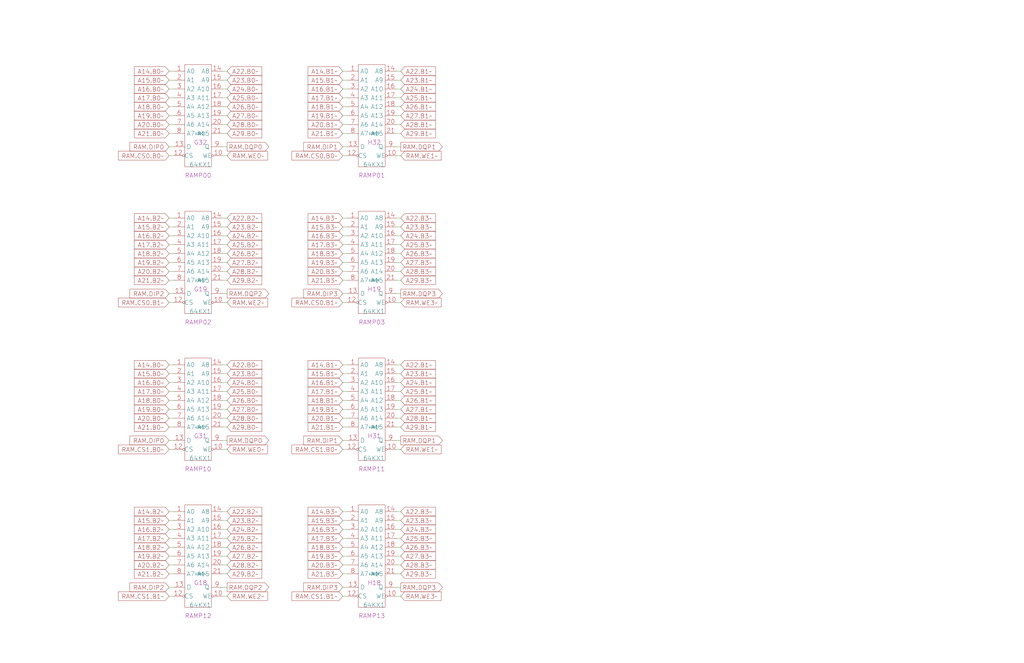
<source format=kicad_sch>
(kicad_sch (version 20230121) (generator eeschema)
  (paper "User" 584.2 378.46)
  (title_block (title "RAMS\\nPARITY") (date "22-SEP-90") (rev "2.0") (comment 1 "IOC") (comment 2 "232-003061") (comment 3 "S400") (comment 4 "RELEASED"))
  (lib_symbols
    (symbol "r1000:64KX1" (pin_names (offset 1.016))
      (property "Reference" "U" (at 2.54 5.08 0))
      (property "Value" "64KX1" (at -3.81 -12.7 0))
      (property "Location" "___" (at -1.27 0 0))
      (property "Name" "______" (at 1.27 -20.32 0))
      (symbol "64KX1_1_1"
        (circle (center -6.985 -7.62) (radius 0.635))
        (rectangle (start -6.35 44.45) (end 8.89 -13.97))
        (circle (center 9.525 -7.62) (radius 0.635))
        (pin input line (at -12.7 40.64 0) (length 6.35) (name "A0") (number "1"))
        (pin input line (at 15.24 -7.62 180) (length 5.08) (name "WE") (number "10"))
        (pin input line (at -12.7 -7.62 0) (length 5.08) (name "CS") (number "12"))
        (pin input line (at -12.7 -2.54 0) (length 6.35) (name "D") (number "13"))
        (pin input line (at 15.24 40.64 180) (length 6.35) (name "A8") (number "14"))
        (pin input line (at 15.24 35.56 180) (length 6.35) (name "A9") (number "15"))
        (pin input line (at 15.24 30.48 180) (length 6.35) (name "A10") (number "16"))
        (pin input line (at 15.24 25.4 180) (length 6.35) (name "A11") (number "17"))
        (pin input line (at 15.24 20.32 180) (length 6.35) (name "A12") (number "18"))
        (pin input line (at 15.24 15.24 180) (length 6.35) (name "A13") (number "19"))
        (pin input line (at -12.7 35.56 0) (length 6.35) (name "A1") (number "2"))
        (pin input line (at 15.24 10.16 180) (length 6.35) (name "A14") (number "20"))
        (pin input line (at 15.24 5.08 180) (length 6.35) (name "A15") (number "21"))
        (pin input line (at -12.7 30.48 0) (length 6.35) (name "A2") (number "3"))
        (pin input line (at -12.7 25.4 0) (length 6.35) (name "A3") (number "4"))
        (pin input line (at -12.7 20.32 0) (length 6.35) (name "A4") (number "5"))
        (pin input line (at -12.7 15.24 0) (length 6.35) (name "A5") (number "6"))
        (pin input line (at -12.7 10.16 0) (length 6.35) (name "A6") (number "7"))
        (pin input line (at -12.7 5.08 0) (length 6.35) (name "A7") (number "8"))
        (pin tri_state line (at 15.24 -2.54 180) (length 6.35) (name "Q") (number "9"))
      )
    )
  )
  (wire (pts (xy 96.52 129.54) (xy 99.06 129.54)))
  (wire (pts (xy 96.52 307.34) (xy 99.06 307.34)))
  (wire (pts (xy 96.52 66.04) (xy 99.06 66.04)))
  (wire (pts (xy 127 88.9) (xy 129.54 88.9)))
  (wire (pts (xy 127 238.76) (xy 129.54 238.76)))
  (wire (pts (xy 195.58 149.86) (xy 198.12 149.86)))
  (wire (pts (xy 226.06 312.42) (xy 228.6 312.42)))
  (wire (pts (xy 127 167.64) (xy 129.54 167.64)))
  (wire (pts (xy 226.06 66.04) (xy 228.6 66.04)))
  (wire (pts (xy 195.58 322.58) (xy 198.12 322.58)))
  (wire (pts (xy 96.52 172.72) (xy 99.06 172.72)))
  (wire (pts (xy 195.58 50.8) (xy 198.12 50.8)))
  (wire (pts (xy 96.52 124.46) (xy 99.06 124.46)))
  (wire (pts (xy 96.52 256.54) (xy 99.06 256.54)))
  (wire (pts (xy 127 302.26) (xy 129.54 302.26)))
  (wire (pts (xy 127 312.42) (xy 129.54 312.42)))
  (wire (pts (xy 226.06 45.72) (xy 228.6 45.72)))
  (wire (pts (xy 195.58 129.54) (xy 198.12 129.54)))
  (wire (pts (xy 96.52 243.84) (xy 99.06 243.84)))
  (wire (pts (xy 96.52 208.28) (xy 99.06 208.28)))
  (wire (pts (xy 226.06 228.6) (xy 228.6 228.6)))
  (wire (pts (xy 127 149.86) (xy 129.54 149.86)))
  (wire (pts (xy 226.06 322.58) (xy 228.6 322.58)))
  (wire (pts (xy 226.06 88.9) (xy 228.6 88.9)))
  (wire (pts (xy 127 172.72) (xy 129.54 172.72)))
  (wire (pts (xy 127 134.62) (xy 129.54 134.62)))
  (wire (pts (xy 96.52 167.64) (xy 99.06 167.64)))
  (wire (pts (xy 127 139.7) (xy 129.54 139.7)))
  (wire (pts (xy 127 45.72) (xy 129.54 45.72)))
  (wire (pts (xy 96.52 45.72) (xy 99.06 45.72)))
  (wire (pts (xy 195.58 243.84) (xy 198.12 243.84)))
  (wire (pts (xy 195.58 40.64) (xy 198.12 40.64)))
  (wire (pts (xy 195.58 83.82) (xy 198.12 83.82)))
  (wire (pts (xy 195.58 208.28) (xy 198.12 208.28)))
  (wire (pts (xy 195.58 45.72) (xy 198.12 45.72)))
  (wire (pts (xy 226.06 40.64) (xy 228.6 40.64)))
  (wire (pts (xy 195.58 144.78) (xy 198.12 144.78)))
  (wire (pts (xy 195.58 223.52) (xy 198.12 223.52)))
  (wire (pts (xy 226.06 76.2) (xy 228.6 76.2)))
  (wire (pts (xy 195.58 256.54) (xy 198.12 256.54)))
  (wire (pts (xy 226.06 71.12) (xy 228.6 71.12)))
  (wire (pts (xy 195.58 327.66) (xy 198.12 327.66)))
  (wire (pts (xy 127 40.64) (xy 129.54 40.64)))
  (wire (pts (xy 127 317.5) (xy 129.54 317.5)))
  (wire (pts (xy 127 66.04) (xy 129.54 66.04)))
  (wire (pts (xy 96.52 160.02) (xy 99.06 160.02)))
  (wire (pts (xy 96.52 297.18) (xy 99.06 297.18)))
  (wire (pts (xy 127 228.6) (xy 129.54 228.6)))
  (wire (pts (xy 96.52 327.66) (xy 99.06 327.66)))
  (wire (pts (xy 127 335.28) (xy 129.54 335.28)))
  (wire (pts (xy 127 297.18) (xy 129.54 297.18)))
  (wire (pts (xy 226.06 327.66) (xy 228.6 327.66)))
  (wire (pts (xy 226.06 167.64) (xy 228.6 167.64)))
  (wire (pts (xy 195.58 317.5) (xy 198.12 317.5)))
  (wire (pts (xy 96.52 71.12) (xy 99.06 71.12)))
  (wire (pts (xy 226.06 172.72) (xy 228.6 172.72)))
  (wire (pts (xy 226.06 292.1) (xy 228.6 292.1)))
  (wire (pts (xy 195.58 238.76) (xy 198.12 238.76)))
  (wire (pts (xy 96.52 312.42) (xy 99.06 312.42)))
  (wire (pts (xy 127 251.46) (xy 129.54 251.46)))
  (wire (pts (xy 195.58 88.9) (xy 198.12 88.9)))
  (wire (pts (xy 127 55.88) (xy 129.54 55.88)))
  (wire (pts (xy 127 327.66) (xy 129.54 327.66)))
  (wire (pts (xy 127 233.68) (xy 129.54 233.68)))
  (wire (pts (xy 226.06 218.44) (xy 228.6 218.44)))
  (wire (pts (xy 96.52 228.6) (xy 99.06 228.6)))
  (wire (pts (xy 127 218.44) (xy 129.54 218.44)))
  (wire (pts (xy 195.58 134.62) (xy 198.12 134.62)))
  (wire (pts (xy 195.58 124.46) (xy 198.12 124.46)))
  (wire (pts (xy 96.52 322.58) (xy 99.06 322.58)))
  (wire (pts (xy 127 50.8) (xy 129.54 50.8)))
  (wire (pts (xy 226.06 124.46) (xy 228.6 124.46)))
  (wire (pts (xy 127 340.36) (xy 129.54 340.36)))
  (wire (pts (xy 96.52 144.78) (xy 99.06 144.78)))
  (wire (pts (xy 127 144.78) (xy 129.54 144.78)))
  (wire (pts (xy 226.06 83.82) (xy 228.6 83.82)))
  (wire (pts (xy 195.58 154.94) (xy 198.12 154.94)))
  (wire (pts (xy 226.06 243.84) (xy 228.6 243.84)))
  (wire (pts (xy 195.58 139.7) (xy 198.12 139.7)))
  (wire (pts (xy 127 292.1) (xy 129.54 292.1)))
  (wire (pts (xy 96.52 88.9) (xy 99.06 88.9)))
  (wire (pts (xy 96.52 149.86) (xy 99.06 149.86)))
  (wire (pts (xy 96.52 292.1) (xy 99.06 292.1)))
  (wire (pts (xy 127 129.54) (xy 129.54 129.54)))
  (wire (pts (xy 226.06 317.5) (xy 228.6 317.5)))
  (wire (pts (xy 226.06 154.94) (xy 228.6 154.94)))
  (wire (pts (xy 226.06 129.54) (xy 228.6 129.54)))
  (wire (pts (xy 96.52 340.36) (xy 99.06 340.36)))
  (wire (pts (xy 226.06 340.36) (xy 228.6 340.36)))
  (wire (pts (xy 226.06 149.86) (xy 228.6 149.86)))
  (wire (pts (xy 96.52 55.88) (xy 99.06 55.88)))
  (wire (pts (xy 195.58 297.18) (xy 198.12 297.18)))
  (wire (pts (xy 195.58 172.72) (xy 198.12 172.72)))
  (wire (pts (xy 195.58 228.6) (xy 198.12 228.6)))
  (wire (pts (xy 96.52 251.46) (xy 99.06 251.46)))
  (wire (pts (xy 127 208.28) (xy 129.54 208.28)))
  (wire (pts (xy 127 213.36) (xy 129.54 213.36)))
  (wire (pts (xy 195.58 218.44) (xy 198.12 218.44)))
  (wire (pts (xy 127 223.52) (xy 129.54 223.52)))
  (wire (pts (xy 96.52 83.82) (xy 99.06 83.82)))
  (wire (pts (xy 226.06 144.78) (xy 228.6 144.78)))
  (wire (pts (xy 127 71.12) (xy 129.54 71.12)))
  (wire (pts (xy 195.58 335.28) (xy 198.12 335.28)))
  (wire (pts (xy 195.58 251.46) (xy 198.12 251.46)))
  (wire (pts (xy 127 154.94) (xy 129.54 154.94)))
  (wire (pts (xy 226.06 50.8) (xy 228.6 50.8)))
  (wire (pts (xy 127 160.02) (xy 129.54 160.02)))
  (wire (pts (xy 226.06 302.26) (xy 228.6 302.26)))
  (wire (pts (xy 96.52 233.68) (xy 99.06 233.68)))
  (wire (pts (xy 127 60.96) (xy 129.54 60.96)))
  (wire (pts (xy 127 76.2) (xy 129.54 76.2)))
  (wire (pts (xy 195.58 55.88) (xy 198.12 55.88)))
  (wire (pts (xy 127 307.34) (xy 129.54 307.34)))
  (wire (pts (xy 96.52 223.52) (xy 99.06 223.52)))
  (wire (pts (xy 195.58 340.36) (xy 198.12 340.36)))
  (wire (pts (xy 226.06 139.7) (xy 228.6 139.7)))
  (wire (pts (xy 195.58 160.02) (xy 198.12 160.02)))
  (wire (pts (xy 96.52 302.26) (xy 99.06 302.26)))
  (wire (pts (xy 195.58 302.26) (xy 198.12 302.26)))
  (wire (pts (xy 195.58 292.1) (xy 198.12 292.1)))
  (wire (pts (xy 195.58 307.34) (xy 198.12 307.34)))
  (wire (pts (xy 226.06 60.96) (xy 228.6 60.96)))
  (wire (pts (xy 127 124.46) (xy 129.54 124.46)))
  (wire (pts (xy 96.52 213.36) (xy 99.06 213.36)))
  (wire (pts (xy 226.06 208.28) (xy 228.6 208.28)))
  (wire (pts (xy 127 243.84) (xy 129.54 243.84)))
  (wire (pts (xy 195.58 76.2) (xy 198.12 76.2)))
  (wire (pts (xy 96.52 50.8) (xy 99.06 50.8)))
  (wire (pts (xy 226.06 233.68) (xy 228.6 233.68)))
  (wire (pts (xy 195.58 233.68) (xy 198.12 233.68)))
  (wire (pts (xy 226.06 335.28) (xy 228.6 335.28)))
  (wire (pts (xy 96.52 76.2) (xy 99.06 76.2)))
  (wire (pts (xy 96.52 335.28) (xy 99.06 335.28)))
  (wire (pts (xy 127 83.82) (xy 129.54 83.82)))
  (wire (pts (xy 195.58 71.12) (xy 198.12 71.12)))
  (wire (pts (xy 96.52 154.94) (xy 99.06 154.94)))
  (wire (pts (xy 96.52 218.44) (xy 99.06 218.44)))
  (wire (pts (xy 96.52 60.96) (xy 99.06 60.96)))
  (wire (pts (xy 226.06 256.54) (xy 228.6 256.54)))
  (wire (pts (xy 226.06 238.76) (xy 228.6 238.76)))
  (wire (pts (xy 226.06 55.88) (xy 228.6 55.88)))
  (wire (pts (xy 127 256.54) (xy 129.54 256.54)))
  (wire (pts (xy 226.06 297.18) (xy 228.6 297.18)))
  (wire (pts (xy 195.58 213.36) (xy 198.12 213.36)))
  (wire (pts (xy 96.52 238.76) (xy 99.06 238.76)))
  (wire (pts (xy 226.06 307.34) (xy 228.6 307.34)))
  (wire (pts (xy 195.58 167.64) (xy 198.12 167.64)))
  (wire (pts (xy 96.52 40.64) (xy 99.06 40.64)))
  (wire (pts (xy 127 322.58) (xy 129.54 322.58)))
  (wire (pts (xy 195.58 60.96) (xy 198.12 60.96)))
  (wire (pts (xy 195.58 66.04) (xy 198.12 66.04)))
  (wire (pts (xy 195.58 312.42) (xy 198.12 312.42)))
  (wire (pts (xy 226.06 160.02) (xy 228.6 160.02)))
  (wire (pts (xy 96.52 139.7) (xy 99.06 139.7)))
  (wire (pts (xy 96.52 134.62) (xy 99.06 134.62)))
  (wire (pts (xy 226.06 251.46) (xy 228.6 251.46)))
  (wire (pts (xy 96.52 317.5) (xy 99.06 317.5)))
  (wire (pts (xy 226.06 223.52) (xy 228.6 223.52)))
  (wire (pts (xy 226.06 213.36) (xy 228.6 213.36)))
  (wire (pts (xy 226.06 134.62) (xy 228.6 134.62)))
  (global_label "A28.B1~" (shape input) (at 228.6 71.12 0) (effects (font (size 2.54 2.54))) (property "Intersheetrefs" "${INTERSHEET_REFS}" (at 249.047 70.9613 0) (effects (font (size 1.905 1.905)) (justify left))))
  (global_label "A29.B2~" (shape input) (at 129.54 327.66 0) (effects (font (size 2.54 2.54))) (property "Intersheetrefs" "${INTERSHEET_REFS}" (at 149.987 327.5013 0) (effects (font (size 1.905 1.905)) (justify left))))
  (global_label "A18.B0~" (shape input) (at 96.52 228.6 180) (effects (font (size 2.54 2.54))) (property "Intersheetrefs" "${INTERSHEET_REFS}" (at 76.073 228.4413 0) (effects (font (size 1.905 1.905)) (justify right))))
  (global_label "A26.B2~" (shape input) (at 129.54 144.78 0) (effects (font (size 2.54 2.54))) (property "Intersheetrefs" "${INTERSHEET_REFS}" (at 149.987 144.6213 0) (effects (font (size 1.905 1.905)) (justify left))))
  (global_label "A25.B3~" (shape input) (at 228.6 307.34 0) (effects (font (size 2.54 2.54))) (property "Intersheetrefs" "${INTERSHEET_REFS}" (at 249.047 307.1813 0) (effects (font (size 1.905 1.905)) (justify left))))
  (global_label "A25.B1~" (shape input) (at 228.6 55.88 0) (effects (font (size 2.54 2.54))) (property "Intersheetrefs" "${INTERSHEET_REFS}" (at 249.047 55.7213 0) (effects (font (size 1.905 1.905)) (justify left))))
  (global_label "A24.B0~" (shape input) (at 129.54 218.44 0) (effects (font (size 2.54 2.54))) (property "Intersheetrefs" "${INTERSHEET_REFS}" (at 149.987 218.2813 0) (effects (font (size 1.905 1.905)) (justify left))))
  (global_label "RAM.DQP0" (shape output) (at 129.54 83.82 0) (effects (font (size 2.54 2.54))) (property "Intersheetrefs" "${INTERSHEET_REFS}" (at 153.7365 83.6613 0) (effects (font (size 1.905 1.905)) (justify left))))
  (global_label "A21.B2~" (shape input) (at 96.52 160.02 180) (effects (font (size 2.54 2.54))) (property "Intersheetrefs" "${INTERSHEET_REFS}" (at 76.073 159.8613 0) (effects (font (size 1.905 1.905)) (justify right))))
  (global_label "A17.B2~" (shape input) (at 96.52 307.34 180) (effects (font (size 2.54 2.54))) (property "Intersheetrefs" "${INTERSHEET_REFS}" (at 76.073 307.1813 0) (effects (font (size 1.905 1.905)) (justify right))))
  (global_label "A22.B2~" (shape input) (at 129.54 292.1 0) (effects (font (size 2.54 2.54))) (property "Intersheetrefs" "${INTERSHEET_REFS}" (at 149.7451 291.9413 0) (effects (font (size 1.905 1.905)) (justify left))))
  (global_label "A27.B0~" (shape input) (at 129.54 66.04 0) (effects (font (size 2.54 2.54))) (property "Intersheetrefs" "${INTERSHEET_REFS}" (at 149.987 65.8813 0) (effects (font (size 1.905 1.905)) (justify left))))
  (global_label "A21.B0~" (shape input) (at 96.52 243.84 180) (effects (font (size 2.54 2.54))) (property "Intersheetrefs" "${INTERSHEET_REFS}" (at 76.073 243.6813 0) (effects (font (size 1.905 1.905)) (justify right))))
  (global_label "A28.B3~" (shape input) (at 228.6 322.58 0) (effects (font (size 2.54 2.54))) (property "Intersheetrefs" "${INTERSHEET_REFS}" (at 249.047 322.4213 0) (effects (font (size 1.905 1.905)) (justify left))))
  (global_label "A17.B3~" (shape input) (at 195.58 307.34 180) (effects (font (size 2.54 2.54))) (property "Intersheetrefs" "${INTERSHEET_REFS}" (at 175.133 307.1813 0) (effects (font (size 1.905 1.905)) (justify right))))
  (global_label "A22.B1~" (shape input) (at 228.6 40.64 0) (effects (font (size 2.54 2.54))) (property "Intersheetrefs" "${INTERSHEET_REFS}" (at 248.8051 40.4813 0) (effects (font (size 1.905 1.905)) (justify left))))
  (global_label "A24.B1~" (shape input) (at 228.6 218.44 0) (effects (font (size 2.54 2.54))) (property "Intersheetrefs" "${INTERSHEET_REFS}" (at 249.047 218.2813 0) (effects (font (size 1.905 1.905)) (justify left))))
  (global_label "A26.B3~" (shape input) (at 228.6 312.42 0) (effects (font (size 2.54 2.54))) (property "Intersheetrefs" "${INTERSHEET_REFS}" (at 249.047 312.2613 0) (effects (font (size 1.905 1.905)) (justify left))))
  (global_label "A29.B0~" (shape input) (at 129.54 243.84 0) (effects (font (size 2.54 2.54))) (property "Intersheetrefs" "${INTERSHEET_REFS}" (at 149.987 243.6813 0) (effects (font (size 1.905 1.905)) (justify left))))
  (global_label "RAM.WE3~" (shape input) (at 228.6 340.36 0) (effects (font (size 2.54 2.54))) (property "Intersheetrefs" "${INTERSHEET_REFS}" (at 252.0708 340.2013 0) (effects (font (size 1.905 1.905)) (justify left))))
  (global_label "A14.B3~" (shape input) (at 195.58 124.46 180) (effects (font (size 2.54 2.54))) (property "Intersheetrefs" "${INTERSHEET_REFS}" (at 175.3749 124.3013 0) (effects (font (size 1.905 1.905)) (justify right))))
  (global_label "RAM.CS1.B0~" (shape input) (at 96.52 256.54 180) (effects (font (size 2.54 2.54))) (property "Intersheetrefs" "${INTERSHEET_REFS}" (at 67.1225 256.3813 0) (effects (font (size 1.905 1.905)) (justify right))))
  (global_label "A20.B1~" (shape input) (at 195.58 71.12 180) (effects (font (size 2.54 2.54))) (property "Intersheetrefs" "${INTERSHEET_REFS}" (at 175.133 70.9613 0) (effects (font (size 1.905 1.905)) (justify right))))
  (global_label "A25.B0~" (shape input) (at 129.54 55.88 0) (effects (font (size 2.54 2.54))) (property "Intersheetrefs" "${INTERSHEET_REFS}" (at 149.987 55.7213 0) (effects (font (size 1.905 1.905)) (justify left))))
  (global_label "A19.B3~" (shape input) (at 195.58 317.5 180) (effects (font (size 2.54 2.54))) (property "Intersheetrefs" "${INTERSHEET_REFS}" (at 175.133 317.3413 0) (effects (font (size 1.905 1.905)) (justify right))))
  (global_label "A23.B0~" (shape input) (at 129.54 213.36 0) (effects (font (size 2.54 2.54))) (property "Intersheetrefs" "${INTERSHEET_REFS}" (at 149.987 213.2013 0) (effects (font (size 1.905 1.905)) (justify left))))
  (global_label "A26.B3~" (shape input) (at 228.6 144.78 0) (effects (font (size 2.54 2.54))) (property "Intersheetrefs" "${INTERSHEET_REFS}" (at 249.047 144.6213 0) (effects (font (size 1.905 1.905)) (justify left))))
  (global_label "A25.B2~" (shape input) (at 129.54 307.34 0) (effects (font (size 2.54 2.54))) (property "Intersheetrefs" "${INTERSHEET_REFS}" (at 149.987 307.1813 0) (effects (font (size 1.905 1.905)) (justify left))))
  (global_label "RAM.DIP1" (shape input) (at 195.58 83.82 180) (effects (font (size 2.54 2.54))) (property "Intersheetrefs" "${INTERSHEET_REFS}" (at 172.8349 83.6613 0) (effects (font (size 1.905 1.905)) (justify right))))
  (global_label "A29.B3~" (shape input) (at 228.6 327.66 0) (effects (font (size 2.54 2.54))) (property "Intersheetrefs" "${INTERSHEET_REFS}" (at 249.047 327.5013 0) (effects (font (size 1.905 1.905)) (justify left))))
  (global_label "RAM.CS0.B0~" (shape input) (at 96.52 88.9 180) (effects (font (size 2.54 2.54))) (property "Intersheetrefs" "${INTERSHEET_REFS}" (at 67.1225 88.7413 0) (effects (font (size 1.905 1.905)) (justify right))))
  (global_label "A27.B2~" (shape input) (at 129.54 317.5 0) (effects (font (size 2.54 2.54))) (property "Intersheetrefs" "${INTERSHEET_REFS}" (at 149.987 317.3413 0) (effects (font (size 1.905 1.905)) (justify left))))
  (global_label "A28.B3~" (shape input) (at 228.6 154.94 0) (effects (font (size 2.54 2.54))) (property "Intersheetrefs" "${INTERSHEET_REFS}" (at 249.047 154.7813 0) (effects (font (size 1.905 1.905)) (justify left))))
  (global_label "RAM.CS0.B1~" (shape input) (at 96.52 172.72 180) (effects (font (size 2.54 2.54))) (property "Intersheetrefs" "${INTERSHEET_REFS}" (at 67.1225 172.5613 0) (effects (font (size 1.905 1.905)) (justify right))))
  (global_label "A20.B0~" (shape input) (at 96.52 71.12 180) (effects (font (size 2.54 2.54))) (property "Intersheetrefs" "${INTERSHEET_REFS}" (at 76.073 70.9613 0) (effects (font (size 1.905 1.905)) (justify right))))
  (global_label "A24.B2~" (shape input) (at 129.54 134.62 0) (effects (font (size 2.54 2.54))) (property "Intersheetrefs" "${INTERSHEET_REFS}" (at 149.987 134.4613 0) (effects (font (size 1.905 1.905)) (justify left))))
  (global_label "A26.B0~" (shape input) (at 129.54 228.6 0) (effects (font (size 2.54 2.54))) (property "Intersheetrefs" "${INTERSHEET_REFS}" (at 149.987 228.4413 0) (effects (font (size 1.905 1.905)) (justify left))))
  (global_label "A21.B1~" (shape input) (at 195.58 243.84 180) (effects (font (size 2.54 2.54))) (property "Intersheetrefs" "${INTERSHEET_REFS}" (at 175.133 243.6813 0) (effects (font (size 1.905 1.905)) (justify right))))
  (global_label "RAM.DQP3" (shape output) (at 228.6 167.64 0) (effects (font (size 2.54 2.54))) (property "Intersheetrefs" "${INTERSHEET_REFS}" (at 252.7965 167.4813 0) (effects (font (size 1.905 1.905)) (justify left))))
  (global_label "A20.B3~" (shape input) (at 195.58 322.58 180) (effects (font (size 2.54 2.54))) (property "Intersheetrefs" "${INTERSHEET_REFS}" (at 175.133 322.4213 0) (effects (font (size 1.905 1.905)) (justify right))))
  (global_label "A14.B0~" (shape input) (at 96.52 208.28 180) (effects (font (size 2.54 2.54))) (property "Intersheetrefs" "${INTERSHEET_REFS}" (at 76.3149 208.1213 0) (effects (font (size 1.905 1.905)) (justify right))))
  (global_label "A20.B1~" (shape input) (at 195.58 238.76 180) (effects (font (size 2.54 2.54))) (property "Intersheetrefs" "${INTERSHEET_REFS}" (at 175.133 238.6013 0) (effects (font (size 1.905 1.905)) (justify right))))
  (global_label "RAM.DQP1" (shape output) (at 228.6 251.46 0) (effects (font (size 2.54 2.54))) (property "Intersheetrefs" "${INTERSHEET_REFS}" (at 252.7965 251.3013 0) (effects (font (size 1.905 1.905)) (justify left))))
  (global_label "A23.B1~" (shape input) (at 228.6 45.72 0) (effects (font (size 2.54 2.54))) (property "Intersheetrefs" "${INTERSHEET_REFS}" (at 249.047 45.5613 0) (effects (font (size 1.905 1.905)) (justify left))))
  (global_label "A16.B0~" (shape input) (at 96.52 50.8 180) (effects (font (size 2.54 2.54))) (property "Intersheetrefs" "${INTERSHEET_REFS}" (at 76.3149 50.6413 0) (effects (font (size 1.905 1.905)) (justify right))))
  (global_label "A21.B1~" (shape input) (at 195.58 76.2 180) (effects (font (size 2.54 2.54))) (property "Intersheetrefs" "${INTERSHEET_REFS}" (at 175.133 76.0413 0) (effects (font (size 1.905 1.905)) (justify right))))
  (global_label "A18.B2~" (shape input) (at 96.52 144.78 180) (effects (font (size 2.54 2.54))) (property "Intersheetrefs" "${INTERSHEET_REFS}" (at 76.073 144.6213 0) (effects (font (size 1.905 1.905)) (justify right))))
  (global_label "A26.B0~" (shape input) (at 129.54 60.96 0) (effects (font (size 2.54 2.54))) (property "Intersheetrefs" "${INTERSHEET_REFS}" (at 149.987 60.8013 0) (effects (font (size 1.905 1.905)) (justify left))))
  (global_label "A14.B1~" (shape input) (at 195.58 40.64 180) (effects (font (size 2.54 2.54))) (property "Intersheetrefs" "${INTERSHEET_REFS}" (at 175.3749 40.4813 0) (effects (font (size 1.905 1.905)) (justify right))))
  (global_label "RAM.WE3~" (shape input) (at 228.6 172.72 0) (effects (font (size 2.54 2.54))) (property "Intersheetrefs" "${INTERSHEET_REFS}" (at 252.0708 172.5613 0) (effects (font (size 1.905 1.905)) (justify left))))
  (global_label "A24.B2~" (shape input) (at 129.54 302.26 0) (effects (font (size 2.54 2.54))) (property "Intersheetrefs" "${INTERSHEET_REFS}" (at 149.987 302.1013 0) (effects (font (size 1.905 1.905)) (justify left))))
  (global_label "A19.B1~" (shape input) (at 195.58 233.68 180) (effects (font (size 2.54 2.54))) (property "Intersheetrefs" "${INTERSHEET_REFS}" (at 175.133 233.5213 0) (effects (font (size 1.905 1.905)) (justify right))))
  (global_label "A22.B2~" (shape input) (at 129.54 124.46 0) (effects (font (size 2.54 2.54))) (property "Intersheetrefs" "${INTERSHEET_REFS}" (at 149.7451 124.3013 0) (effects (font (size 1.905 1.905)) (justify left))))
  (global_label "A19.B1~" (shape input) (at 195.58 66.04 180) (effects (font (size 2.54 2.54))) (property "Intersheetrefs" "${INTERSHEET_REFS}" (at 175.133 65.8813 0) (effects (font (size 1.905 1.905)) (justify right))))
  (global_label "A22.B1~" (shape input) (at 228.6 208.28 0) (effects (font (size 2.54 2.54))) (property "Intersheetrefs" "${INTERSHEET_REFS}" (at 248.8051 208.1213 0) (effects (font (size 1.905 1.905)) (justify left))))
  (global_label "RAM.DIP3" (shape input) (at 195.58 335.28 180) (effects (font (size 2.54 2.54))) (property "Intersheetrefs" "${INTERSHEET_REFS}" (at 172.8349 335.1213 0) (effects (font (size 1.905 1.905)) (justify right))))
  (global_label "A20.B2~" (shape input) (at 96.52 154.94 180) (effects (font (size 2.54 2.54))) (property "Intersheetrefs" "${INTERSHEET_REFS}" (at 76.073 154.7813 0) (effects (font (size 1.905 1.905)) (justify right))))
  (global_label "A15.B2~" (shape input) (at 96.52 129.54 180) (effects (font (size 2.54 2.54))) (property "Intersheetrefs" "${INTERSHEET_REFS}" (at 76.073 129.3813 0) (effects (font (size 1.905 1.905)) (justify right))))
  (global_label "A17.B3~" (shape input) (at 195.58 139.7 180) (effects (font (size 2.54 2.54))) (property "Intersheetrefs" "${INTERSHEET_REFS}" (at 175.133 139.5413 0) (effects (font (size 1.905 1.905)) (justify right))))
  (global_label "A28.B1~" (shape input) (at 228.6 238.76 0) (effects (font (size 2.54 2.54))) (property "Intersheetrefs" "${INTERSHEET_REFS}" (at 249.047 238.6013 0) (effects (font (size 1.905 1.905)) (justify left))))
  (global_label "RAM.DIP3" (shape input) (at 195.58 167.64 180) (effects (font (size 2.54 2.54))) (property "Intersheetrefs" "${INTERSHEET_REFS}" (at 172.8349 167.4813 0) (effects (font (size 1.905 1.905)) (justify right))))
  (global_label "A15.B2~" (shape input) (at 96.52 297.18 180) (effects (font (size 2.54 2.54))) (property "Intersheetrefs" "${INTERSHEET_REFS}" (at 76.073 297.0213 0) (effects (font (size 1.905 1.905)) (justify right))))
  (global_label "A16.B3~" (shape input) (at 195.58 302.26 180) (effects (font (size 2.54 2.54))) (property "Intersheetrefs" "${INTERSHEET_REFS}" (at 175.3749 302.1013 0) (effects (font (size 1.905 1.905)) (justify right))))
  (global_label "A29.B1~" (shape input) (at 228.6 76.2 0) (effects (font (size 2.54 2.54))) (property "Intersheetrefs" "${INTERSHEET_REFS}" (at 249.047 76.0413 0) (effects (font (size 1.905 1.905)) (justify left))))
  (global_label "A23.B2~" (shape input) (at 129.54 129.54 0) (effects (font (size 2.54 2.54))) (property "Intersheetrefs" "${INTERSHEET_REFS}" (at 149.987 129.3813 0) (effects (font (size 1.905 1.905)) (justify left))))
  (global_label "A29.B0~" (shape input) (at 129.54 76.2 0) (effects (font (size 2.54 2.54))) (property "Intersheetrefs" "${INTERSHEET_REFS}" (at 149.987 76.0413 0) (effects (font (size 1.905 1.905)) (justify left))))
  (global_label "RAM.WE2~" (shape input) (at 129.54 172.72 0) (effects (font (size 2.54 2.54))) (property "Intersheetrefs" "${INTERSHEET_REFS}" (at 153.0108 172.5613 0) (effects (font (size 1.905 1.905)) (justify left))))
  (global_label "A20.B3~" (shape input) (at 195.58 154.94 180) (effects (font (size 2.54 2.54))) (property "Intersheetrefs" "${INTERSHEET_REFS}" (at 175.133 154.7813 0) (effects (font (size 1.905 1.905)) (justify right))))
  (global_label "RAM.WE1~" (shape input) (at 228.6 88.9 0) (effects (font (size 2.54 2.54))) (property "Intersheetrefs" "${INTERSHEET_REFS}" (at 252.0708 88.7413 0) (effects (font (size 1.905 1.905)) (justify left))))
  (global_label "RAM.CS1.B1~" (shape input) (at 96.52 340.36 180) (effects (font (size 2.54 2.54))) (property "Intersheetrefs" "${INTERSHEET_REFS}" (at 67.1225 340.2013 0) (effects (font (size 1.905 1.905)) (justify right))))
  (global_label "A14.B0~" (shape input) (at 96.52 40.64 180) (effects (font (size 2.54 2.54))) (property "Intersheetrefs" "${INTERSHEET_REFS}" (at 76.3149 40.4813 0) (effects (font (size 1.905 1.905)) (justify right))))
  (global_label "A21.B3~" (shape input) (at 195.58 160.02 180) (effects (font (size 2.54 2.54))) (property "Intersheetrefs" "${INTERSHEET_REFS}" (at 175.133 159.8613 0) (effects (font (size 1.905 1.905)) (justify right))))
  (global_label "A23.B2~" (shape input) (at 129.54 297.18 0) (effects (font (size 2.54 2.54))) (property "Intersheetrefs" "${INTERSHEET_REFS}" (at 149.987 297.0213 0) (effects (font (size 1.905 1.905)) (justify left))))
  (global_label "A22.B0~" (shape input) (at 129.54 40.64 0) (effects (font (size 2.54 2.54))) (property "Intersheetrefs" "${INTERSHEET_REFS}" (at 149.7451 40.4813 0) (effects (font (size 1.905 1.905)) (justify left))))
  (global_label "A19.B0~" (shape input) (at 96.52 233.68 180) (effects (font (size 2.54 2.54))) (property "Intersheetrefs" "${INTERSHEET_REFS}" (at 76.073 233.5213 0) (effects (font (size 1.905 1.905)) (justify right))))
  (global_label "A24.B0~" (shape input) (at 129.54 50.8 0) (effects (font (size 2.54 2.54))) (property "Intersheetrefs" "${INTERSHEET_REFS}" (at 149.987 50.6413 0) (effects (font (size 1.905 1.905)) (justify left))))
  (global_label "A28.B2~" (shape input) (at 129.54 154.94 0) (effects (font (size 2.54 2.54))) (property "Intersheetrefs" "${INTERSHEET_REFS}" (at 149.987 154.7813 0) (effects (font (size 1.905 1.905)) (justify left))))
  (global_label "A25.B2~" (shape input) (at 129.54 139.7 0) (effects (font (size 2.54 2.54))) (property "Intersheetrefs" "${INTERSHEET_REFS}" (at 149.987 139.5413 0) (effects (font (size 1.905 1.905)) (justify left))))
  (global_label "RAM.CS1.B1~" (shape input) (at 195.58 340.36 180) (effects (font (size 2.54 2.54))) (property "Intersheetrefs" "${INTERSHEET_REFS}" (at 166.1825 340.2013 0) (effects (font (size 1.905 1.905)) (justify right))))
  (global_label "A14.B1~" (shape input) (at 195.58 208.28 180) (effects (font (size 2.54 2.54))) (property "Intersheetrefs" "${INTERSHEET_REFS}" (at 175.3749 208.1213 0) (effects (font (size 1.905 1.905)) (justify right))))
  (global_label "A14.B2~" (shape input) (at 96.52 124.46 180) (effects (font (size 2.54 2.54))) (property "Intersheetrefs" "${INTERSHEET_REFS}" (at 76.3149 124.3013 0) (effects (font (size 1.905 1.905)) (justify right))))
  (global_label "A27.B2~" (shape input) (at 129.54 149.86 0) (effects (font (size 2.54 2.54))) (property "Intersheetrefs" "${INTERSHEET_REFS}" (at 149.987 149.7013 0) (effects (font (size 1.905 1.905)) (justify left))))
  (global_label "A27.B1~" (shape input) (at 228.6 233.68 0) (effects (font (size 2.54 2.54))) (property "Intersheetrefs" "${INTERSHEET_REFS}" (at 249.047 233.5213 0) (effects (font (size 1.905 1.905)) (justify left))))
  (global_label "A26.B1~" (shape input) (at 228.6 228.6 0) (effects (font (size 2.54 2.54))) (property "Intersheetrefs" "${INTERSHEET_REFS}" (at 249.047 228.4413 0) (effects (font (size 1.905 1.905)) (justify left))))
  (global_label "A21.B0~" (shape input) (at 96.52 76.2 180) (effects (font (size 2.54 2.54))) (property "Intersheetrefs" "${INTERSHEET_REFS}" (at 76.073 76.0413 0) (effects (font (size 1.905 1.905)) (justify right))))
  (global_label "A18.B2~" (shape input) (at 96.52 312.42 180) (effects (font (size 2.54 2.54))) (property "Intersheetrefs" "${INTERSHEET_REFS}" (at 76.073 312.2613 0) (effects (font (size 1.905 1.905)) (justify right))))
  (global_label "A21.B3~" (shape input) (at 195.58 327.66 180) (effects (font (size 2.54 2.54))) (property "Intersheetrefs" "${INTERSHEET_REFS}" (at 175.133 327.5013 0) (effects (font (size 1.905 1.905)) (justify right))))
  (global_label "A18.B0~" (shape input) (at 96.52 60.96 180) (effects (font (size 2.54 2.54))) (property "Intersheetrefs" "${INTERSHEET_REFS}" (at 76.073 60.8013 0) (effects (font (size 1.905 1.905)) (justify right))))
  (global_label "A15.B3~" (shape input) (at 195.58 129.54 180) (effects (font (size 2.54 2.54))) (property "Intersheetrefs" "${INTERSHEET_REFS}" (at 175.133 129.3813 0) (effects (font (size 1.905 1.905)) (justify right))))
  (global_label "A16.B0~" (shape input) (at 96.52 218.44 180) (effects (font (size 2.54 2.54))) (property "Intersheetrefs" "${INTERSHEET_REFS}" (at 76.3149 218.2813 0) (effects (font (size 1.905 1.905)) (justify right))))
  (global_label "A14.B2~" (shape input) (at 96.52 292.1 180) (effects (font (size 2.54 2.54))) (property "Intersheetrefs" "${INTERSHEET_REFS}" (at 76.3149 291.9413 0) (effects (font (size 1.905 1.905)) (justify right))))
  (global_label "A27.B3~" (shape input) (at 228.6 317.5 0) (effects (font (size 2.54 2.54))) (property "Intersheetrefs" "${INTERSHEET_REFS}" (at 249.047 317.3413 0) (effects (font (size 1.905 1.905)) (justify left))))
  (global_label "A16.B1~" (shape input) (at 195.58 50.8 180) (effects (font (size 2.54 2.54))) (property "Intersheetrefs" "${INTERSHEET_REFS}" (at 175.3749 50.6413 0) (effects (font (size 1.905 1.905)) (justify right))))
  (global_label "A26.B2~" (shape input) (at 129.54 312.42 0) (effects (font (size 2.54 2.54))) (property "Intersheetrefs" "${INTERSHEET_REFS}" (at 149.987 312.2613 0) (effects (font (size 1.905 1.905)) (justify left))))
  (global_label "A27.B0~" (shape input) (at 129.54 233.68 0) (effects (font (size 2.54 2.54))) (property "Intersheetrefs" "${INTERSHEET_REFS}" (at 149.987 233.5213 0) (effects (font (size 1.905 1.905)) (justify left))))
  (global_label "RAM.DQP3" (shape output) (at 228.6 335.28 0) (effects (font (size 2.54 2.54))) (property "Intersheetrefs" "${INTERSHEET_REFS}" (at 252.7965 335.1213 0) (effects (font (size 1.905 1.905)) (justify left))))
  (global_label "A15.B3~" (shape input) (at 195.58 297.18 180) (effects (font (size 2.54 2.54))) (property "Intersheetrefs" "${INTERSHEET_REFS}" (at 175.133 297.0213 0) (effects (font (size 1.905 1.905)) (justify right))))
  (global_label "A29.B1~" (shape input) (at 228.6 243.84 0) (effects (font (size 2.54 2.54))) (property "Intersheetrefs" "${INTERSHEET_REFS}" (at 249.047 243.6813 0) (effects (font (size 1.905 1.905)) (justify left))))
  (global_label "A25.B1~" (shape input) (at 228.6 223.52 0) (effects (font (size 2.54 2.54))) (property "Intersheetrefs" "${INTERSHEET_REFS}" (at 249.047 223.3613 0) (effects (font (size 1.905 1.905)) (justify left))))
  (global_label "A18.B1~" (shape input) (at 195.58 228.6 180) (effects (font (size 2.54 2.54))) (property "Intersheetrefs" "${INTERSHEET_REFS}" (at 175.133 228.4413 0) (effects (font (size 1.905 1.905)) (justify right))))
  (global_label "A19.B2~" (shape input) (at 96.52 317.5 180) (effects (font (size 2.54 2.54))) (property "Intersheetrefs" "${INTERSHEET_REFS}" (at 76.073 317.3413 0) (effects (font (size 1.905 1.905)) (justify right))))
  (global_label "A22.B3~" (shape input) (at 228.6 292.1 0) (effects (font (size 2.54 2.54))) (property "Intersheetrefs" "${INTERSHEET_REFS}" (at 248.8051 291.9413 0) (effects (font (size 1.905 1.905)) (justify left))))
  (global_label "A22.B0~" (shape input) (at 129.54 208.28 0) (effects (font (size 2.54 2.54))) (property "Intersheetrefs" "${INTERSHEET_REFS}" (at 149.7451 208.1213 0) (effects (font (size 1.905 1.905)) (justify left))))
  (global_label "A16.B3~" (shape input) (at 195.58 134.62 180) (effects (font (size 2.54 2.54))) (property "Intersheetrefs" "${INTERSHEET_REFS}" (at 175.3749 134.4613 0) (effects (font (size 1.905 1.905)) (justify right))))
  (global_label "A16.B1~" (shape input) (at 195.58 218.44 180) (effects (font (size 2.54 2.54))) (property "Intersheetrefs" "${INTERSHEET_REFS}" (at 175.3749 218.2813 0) (effects (font (size 1.905 1.905)) (justify right))))
  (global_label "A28.B0~" (shape input) (at 129.54 71.12 0) (effects (font (size 2.54 2.54))) (property "Intersheetrefs" "${INTERSHEET_REFS}" (at 149.987 70.9613 0) (effects (font (size 1.905 1.905)) (justify left))))
  (global_label "A28.B2~" (shape input) (at 129.54 322.58 0) (effects (font (size 2.54 2.54))) (property "Intersheetrefs" "${INTERSHEET_REFS}" (at 149.987 322.4213 0) (effects (font (size 1.905 1.905)) (justify left))))
  (global_label "A22.B3~" (shape input) (at 228.6 124.46 0) (effects (font (size 2.54 2.54))) (property "Intersheetrefs" "${INTERSHEET_REFS}" (at 248.8051 124.3013 0) (effects (font (size 1.905 1.905)) (justify left))))
  (global_label "RAM.DQP2" (shape output) (at 129.54 167.64 0) (effects (font (size 2.54 2.54))) (property "Intersheetrefs" "${INTERSHEET_REFS}" (at 153.7365 167.4813 0) (effects (font (size 1.905 1.905)) (justify left))))
  (global_label "A18.B3~" (shape input) (at 195.58 312.42 180) (effects (font (size 2.54 2.54))) (property "Intersheetrefs" "${INTERSHEET_REFS}" (at 175.133 312.2613 0) (effects (font (size 1.905 1.905)) (justify right))))
  (global_label "A18.B1~" (shape input) (at 195.58 60.96 180) (effects (font (size 2.54 2.54))) (property "Intersheetrefs" "${INTERSHEET_REFS}" (at 175.133 60.8013 0) (effects (font (size 1.905 1.905)) (justify right))))
  (global_label "A17.B1~" (shape input) (at 195.58 223.52 180) (effects (font (size 2.54 2.54))) (property "Intersheetrefs" "${INTERSHEET_REFS}" (at 175.133 223.3613 0) (effects (font (size 1.905 1.905)) (justify right))))
  (global_label "RAM.DQP2" (shape output) (at 129.54 335.28 0) (effects (font (size 2.54 2.54))) (property "Intersheetrefs" "${INTERSHEET_REFS}" (at 153.7365 335.1213 0) (effects (font (size 1.905 1.905)) (justify left))))
  (global_label "A17.B0~" (shape input) (at 96.52 55.88 180) (effects (font (size 2.54 2.54))) (property "Intersheetrefs" "${INTERSHEET_REFS}" (at 76.073 55.7213 0) (effects (font (size 1.905 1.905)) (justify right))))
  (global_label "A23.B3~" (shape input) (at 228.6 129.54 0) (effects (font (size 2.54 2.54))) (property "Intersheetrefs" "${INTERSHEET_REFS}" (at 249.047 129.3813 0) (effects (font (size 1.905 1.905)) (justify left))))
  (global_label "A24.B3~" (shape input) (at 228.6 134.62 0) (effects (font (size 2.54 2.54))) (property "Intersheetrefs" "${INTERSHEET_REFS}" (at 249.047 134.4613 0) (effects (font (size 1.905 1.905)) (justify left))))
  (global_label "RAM.CS1.B0~" (shape input) (at 195.58 256.54 180) (effects (font (size 2.54 2.54))) (property "Intersheetrefs" "${INTERSHEET_REFS}" (at 166.1825 256.3813 0) (effects (font (size 1.905 1.905)) (justify right))))
  (global_label "RAM.DIP0" (shape input) (at 96.52 251.46 180) (effects (font (size 2.54 2.54))) (property "Intersheetrefs" "${INTERSHEET_REFS}" (at 73.7749 251.3013 0) (effects (font (size 1.905 1.905)) (justify right))))
  (global_label "A15.B0~" (shape input) (at 96.52 213.36 180) (effects (font (size 2.54 2.54))) (property "Intersheetrefs" "${INTERSHEET_REFS}" (at 76.073 213.2013 0) (effects (font (size 1.905 1.905)) (justify right))))
  (global_label "A19.B2~" (shape input) (at 96.52 149.86 180) (effects (font (size 2.54 2.54))) (property "Intersheetrefs" "${INTERSHEET_REFS}" (at 76.073 149.7013 0) (effects (font (size 1.905 1.905)) (justify right))))
  (global_label "A23.B0~" (shape input) (at 129.54 45.72 0) (effects (font (size 2.54 2.54))) (property "Intersheetrefs" "${INTERSHEET_REFS}" (at 149.987 45.5613 0) (effects (font (size 1.905 1.905)) (justify left))))
  (global_label "RAM.DQP1" (shape output) (at 228.6 83.82 0) (effects (font (size 2.54 2.54))) (property "Intersheetrefs" "${INTERSHEET_REFS}" (at 252.7965 83.6613 0) (effects (font (size 1.905 1.905)) (justify left))))
  (global_label "RAM.CS0.B1~" (shape input) (at 195.58 172.72 180) (effects (font (size 2.54 2.54))) (property "Intersheetrefs" "${INTERSHEET_REFS}" (at 166.1825 172.5613 0) (effects (font (size 1.905 1.905)) (justify right))))
  (global_label "A24.B3~" (shape input) (at 228.6 302.26 0) (effects (font (size 2.54 2.54))) (property "Intersheetrefs" "${INTERSHEET_REFS}" (at 249.047 302.1013 0) (effects (font (size 1.905 1.905)) (justify left))))
  (global_label "A27.B1~" (shape input) (at 228.6 66.04 0) (effects (font (size 2.54 2.54))) (property "Intersheetrefs" "${INTERSHEET_REFS}" (at 249.047 65.8813 0) (effects (font (size 1.905 1.905)) (justify left))))
  (global_label "A15.B0~" (shape input) (at 96.52 45.72 180) (effects (font (size 2.54 2.54))) (property "Intersheetrefs" "${INTERSHEET_REFS}" (at 76.073 45.5613 0) (effects (font (size 1.905 1.905)) (justify right))))
  (global_label "RAM.WE1~" (shape input) (at 228.6 256.54 0) (effects (font (size 2.54 2.54))) (property "Intersheetrefs" "${INTERSHEET_REFS}" (at 252.0708 256.3813 0) (effects (font (size 1.905 1.905)) (justify left))))
  (global_label "RAM.DIP0" (shape input) (at 96.52 83.82 180) (effects (font (size 2.54 2.54))) (property "Intersheetrefs" "${INTERSHEET_REFS}" (at 73.7749 83.6613 0) (effects (font (size 1.905 1.905)) (justify right))))
  (global_label "A17.B1~" (shape input) (at 195.58 55.88 180) (effects (font (size 2.54 2.54))) (property "Intersheetrefs" "${INTERSHEET_REFS}" (at 175.133 55.7213 0) (effects (font (size 1.905 1.905)) (justify right))))
  (global_label "A24.B1~" (shape input) (at 228.6 50.8 0) (effects (font (size 2.54 2.54))) (property "Intersheetrefs" "${INTERSHEET_REFS}" (at 249.047 50.6413 0) (effects (font (size 1.905 1.905)) (justify left))))
  (global_label "A16.B2~" (shape input) (at 96.52 302.26 180) (effects (font (size 2.54 2.54))) (property "Intersheetrefs" "${INTERSHEET_REFS}" (at 76.3149 302.1013 0) (effects (font (size 1.905 1.905)) (justify right))))
  (global_label "RAM.DQP0" (shape output) (at 129.54 251.46 0) (effects (font (size 2.54 2.54))) (property "Intersheetrefs" "${INTERSHEET_REFS}" (at 153.7365 251.3013 0) (effects (font (size 1.905 1.905)) (justify left))))
  (global_label "A20.B2~" (shape input) (at 96.52 322.58 180) (effects (font (size 2.54 2.54))) (property "Intersheetrefs" "${INTERSHEET_REFS}" (at 76.073 322.4213 0) (effects (font (size 1.905 1.905)) (justify right))))
  (global_label "A26.B1~" (shape input) (at 228.6 60.96 0) (effects (font (size 2.54 2.54))) (property "Intersheetrefs" "${INTERSHEET_REFS}" (at 249.047 60.8013 0) (effects (font (size 1.905 1.905)) (justify left))))
  (global_label "A23.B3~" (shape input) (at 228.6 297.18 0) (effects (font (size 2.54 2.54))) (property "Intersheetrefs" "${INTERSHEET_REFS}" (at 249.047 297.0213 0) (effects (font (size 1.905 1.905)) (justify left))))
  (global_label "A15.B1~" (shape input) (at 195.58 45.72 180) (effects (font (size 2.54 2.54))) (property "Intersheetrefs" "${INTERSHEET_REFS}" (at 175.133 45.5613 0) (effects (font (size 1.905 1.905)) (justify right))))
  (global_label "A19.B0~" (shape input) (at 96.52 66.04 180) (effects (font (size 2.54 2.54))) (property "Intersheetrefs" "${INTERSHEET_REFS}" (at 76.073 65.8813 0) (effects (font (size 1.905 1.905)) (justify right))))
  (global_label "A16.B2~" (shape input) (at 96.52 134.62 180) (effects (font (size 2.54 2.54))) (property "Intersheetrefs" "${INTERSHEET_REFS}" (at 76.3149 134.4613 0) (effects (font (size 1.905 1.905)) (justify right))))
  (global_label "RAM.WE0~" (shape input) (at 129.54 256.54 0) (effects (font (size 2.54 2.54))) (property "Intersheetrefs" "${INTERSHEET_REFS}" (at 153.0108 256.3813 0) (effects (font (size 1.905 1.905)) (justify left))))
  (global_label "RAM.DIP2" (shape input) (at 96.52 335.28 180) (effects (font (size 2.54 2.54))) (property "Intersheetrefs" "${INTERSHEET_REFS}" (at 73.7749 335.1213 0) (effects (font (size 1.905 1.905)) (justify right))))
  (global_label "A15.B1~" (shape input) (at 195.58 213.36 180) (effects (font (size 2.54 2.54))) (property "Intersheetrefs" "${INTERSHEET_REFS}" (at 175.133 213.2013 0) (effects (font (size 1.905 1.905)) (justify right))))
  (global_label "A19.B3~" (shape input) (at 195.58 149.86 180) (effects (font (size 2.54 2.54))) (property "Intersheetrefs" "${INTERSHEET_REFS}" (at 175.133 149.7013 0) (effects (font (size 1.905 1.905)) (justify right))))
  (global_label "A29.B3~" (shape input) (at 228.6 160.02 0) (effects (font (size 2.54 2.54))) (property "Intersheetrefs" "${INTERSHEET_REFS}" (at 249.047 159.8613 0) (effects (font (size 1.905 1.905)) (justify left))))
  (global_label "RAM.WE2~" (shape input) (at 129.54 340.36 0) (effects (font (size 2.54 2.54))) (property "Intersheetrefs" "${INTERSHEET_REFS}" (at 153.0108 340.2013 0) (effects (font (size 1.905 1.905)) (justify left))))
  (global_label "A23.B1~" (shape input) (at 228.6 213.36 0) (effects (font (size 2.54 2.54))) (property "Intersheetrefs" "${INTERSHEET_REFS}" (at 249.047 213.2013 0) (effects (font (size 1.905 1.905)) (justify left))))
  (global_label "RAM.CS0.B0~" (shape input) (at 195.58 88.9 180) (effects (font (size 2.54 2.54))) (property "Intersheetrefs" "${INTERSHEET_REFS}" (at 166.1825 88.7413 0) (effects (font (size 1.905 1.905)) (justify right))))
  (global_label "A14.B3~" (shape input) (at 195.58 292.1 180) (effects (font (size 2.54 2.54))) (property "Intersheetrefs" "${INTERSHEET_REFS}" (at 175.3749 291.9413 0) (effects (font (size 1.905 1.905)) (justify right))))
  (global_label "A28.B0~" (shape input) (at 129.54 238.76 0) (effects (font (size 2.54 2.54))) (property "Intersheetrefs" "${INTERSHEET_REFS}" (at 149.987 238.6013 0) (effects (font (size 1.905 1.905)) (justify left))))
  (global_label "RAM.WE0~" (shape input) (at 129.54 88.9 0) (effects (font (size 2.54 2.54))) (property "Intersheetrefs" "${INTERSHEET_REFS}" (at 153.0108 88.7413 0) (effects (font (size 1.905 1.905)) (justify left))))
  (global_label "A29.B2~" (shape input) (at 129.54 160.02 0) (effects (font (size 2.54 2.54))) (property "Intersheetrefs" "${INTERSHEET_REFS}" (at 149.987 159.8613 0) (effects (font (size 1.905 1.905)) (justify left))))
  (global_label "A18.B3~" (shape input) (at 195.58 144.78 180) (effects (font (size 2.54 2.54))) (property "Intersheetrefs" "${INTERSHEET_REFS}" (at 175.133 144.6213 0) (effects (font (size 1.905 1.905)) (justify right))))
  (global_label "RAM.DIP2" (shape input) (at 96.52 167.64 180) (effects (font (size 2.54 2.54))) (property "Intersheetrefs" "${INTERSHEET_REFS}" (at 73.7749 167.4813 0) (effects (font (size 1.905 1.905)) (justify right))))
  (global_label "A20.B0~" (shape input) (at 96.52 238.76 180) (effects (font (size 2.54 2.54))) (property "Intersheetrefs" "${INTERSHEET_REFS}" (at 76.073 238.6013 0) (effects (font (size 1.905 1.905)) (justify right))))
  (global_label "A25.B3~" (shape input) (at 228.6 139.7 0) (effects (font (size 2.54 2.54))) (property "Intersheetrefs" "${INTERSHEET_REFS}" (at 249.047 139.5413 0) (effects (font (size 1.905 1.905)) (justify left))))
  (global_label "A25.B0~" (shape input) (at 129.54 223.52 0) (effects (font (size 2.54 2.54))) (property "Intersheetrefs" "${INTERSHEET_REFS}" (at 149.987 223.3613 0) (effects (font (size 1.905 1.905)) (justify left))))
  (global_label "RAM.DIP1" (shape input) (at 195.58 251.46 180) (effects (font (size 2.54 2.54))) (property "Intersheetrefs" "${INTERSHEET_REFS}" (at 172.8349 251.3013 0) (effects (font (size 1.905 1.905)) (justify right))))
  (global_label "A17.B0~" (shape input) (at 96.52 223.52 180) (effects (font (size 2.54 2.54))) (property "Intersheetrefs" "${INTERSHEET_REFS}" (at 76.073 223.3613 0) (effects (font (size 1.905 1.905)) (justify right))))
  (global_label "A17.B2~" (shape input) (at 96.52 139.7 180) (effects (font (size 2.54 2.54))) (property "Intersheetrefs" "${INTERSHEET_REFS}" (at 76.073 139.5413 0) (effects (font (size 1.905 1.905)) (justify right))))
  (global_label "A27.B3~" (shape input) (at 228.6 149.86 0) (effects (font (size 2.54 2.54))) (property "Intersheetrefs" "${INTERSHEET_REFS}" (at 249.047 149.7013 0) (effects (font (size 1.905 1.905)) (justify left))))
  (global_label "A21.B2~" (shape input) (at 96.52 327.66 180) (effects (font (size 2.54 2.54))) (property "Intersheetrefs" "${INTERSHEET_REFS}" (at 76.073 327.5013 0) (effects (font (size 1.905 1.905)) (justify right))))
  (symbol (lib_id "r1000:64KX1") (at 210.82 332.74 0) (unit 1)
    (property "Reference" "U3608" (at 213.36 327.66 0))
    (property "Value" "64KX1" (at 207.01 345.44 0) (effects (font (size 2.54 2.54)) (justify left)))
    (property "Location" "H18" (at 209.55 332.74 0) (effects (font (size 2.54 2.54)) (justify left)))
    (property "Name" "RAMP13" (at 212.09 353.06 0) (effects (font (size 2.54 2.54)) (justify bottom)))
  )
  (symbol (lib_id "r1000:64KX1") (at 210.82 81.28 0) (unit 1)
    (property "Reference" "U3605" (at 213.36 76.2 0))
    (property "Value" "64KX1" (at 207.01 93.98 0) (effects (font (size 2.54 2.54)) (justify left)))
    (property "Location" "H32" (at 209.55 81.28 0) (effects (font (size 2.54 2.54)) (justify left)))
    (property "Name" "RAMP01" (at 212.09 101.6 0) (effects (font (size 2.54 2.54)) (justify bottom)))
  )
  (symbol (lib_id "r1000:64KX1") (at 111.76 165.1 0) (unit 1)
    (property "Reference" "U3602" (at 114.3 160.02 0))
    (property "Value" "64KX1" (at 107.95 177.8 0) (effects (font (size 2.54 2.54)) (justify left)))
    (property "Location" "G19" (at 110.49 165.1 0) (effects (font (size 2.54 2.54)) (justify left)))
    (property "Name" "RAMP02" (at 113.03 185.42 0) (effects (font (size 2.54 2.54)) (justify bottom)))
  )
  (symbol (lib_id "r1000:64KX1") (at 111.76 81.28 0) (unit 1)
    (property "Reference" "U3601" (at 114.3 76.2 0))
    (property "Value" "64KX1" (at 107.95 93.98 0) (effects (font (size 2.54 2.54)) (justify left)))
    (property "Location" "G32" (at 110.49 81.28 0) (effects (font (size 2.54 2.54)) (justify left)))
    (property "Name" "RAMP00" (at 113.03 101.6 0) (effects (font (size 2.54 2.54)) (justify bottom)))
  )
  (symbol (lib_id "r1000:64KX1") (at 210.82 165.1 0) (unit 1)
    (property "Reference" "U3606" (at 213.36 160.02 0))
    (property "Value" "64KX1" (at 207.01 177.8 0) (effects (font (size 2.54 2.54)) (justify left)))
    (property "Location" "H19" (at 209.55 165.1 0) (effects (font (size 2.54 2.54)) (justify left)))
    (property "Name" "RAMP03" (at 212.09 185.42 0) (effects (font (size 2.54 2.54)) (justify bottom)))
  )
  (symbol (lib_id "r1000:64KX1") (at 111.76 248.92 0) (unit 1)
    (property "Reference" "U3603" (at 114.3 243.84 0))
    (property "Value" "64KX1" (at 107.95 261.62 0) (effects (font (size 2.54 2.54)) (justify left)))
    (property "Location" "G31" (at 110.49 248.92 0) (effects (font (size 2.54 2.54)) (justify left)))
    (property "Name" "RAMP10" (at 113.03 269.24 0) (effects (font (size 2.54 2.54)) (justify bottom)))
  )
  (symbol (lib_id "r1000:64KX1") (at 111.76 332.74 0) (unit 1)
    (property "Reference" "U3604" (at 114.3 327.66 0))
    (property "Value" "64KX1" (at 107.95 345.44 0) (effects (font (size 2.54 2.54)) (justify left)))
    (property "Location" "G18" (at 110.49 332.74 0) (effects (font (size 2.54 2.54)) (justify left)))
    (property "Name" "RAMP12" (at 113.03 353.06 0) (effects (font (size 2.54 2.54)) (justify bottom)))
  )
  (symbol (lib_id "r1000:64KX1") (at 210.82 248.92 0) (unit 1)
    (property "Reference" "U3607" (at 213.36 243.84 0))
    (property "Value" "64KX1" (at 207.01 261.62 0) (effects (font (size 2.54 2.54)) (justify left)))
    (property "Location" "H31" (at 209.55 248.92 0) (effects (font (size 2.54 2.54)) (justify left)))
    (property "Name" "RAMP11" (at 212.09 269.24 0) (effects (font (size 2.54 2.54)) (justify bottom)))
  )
)
</source>
